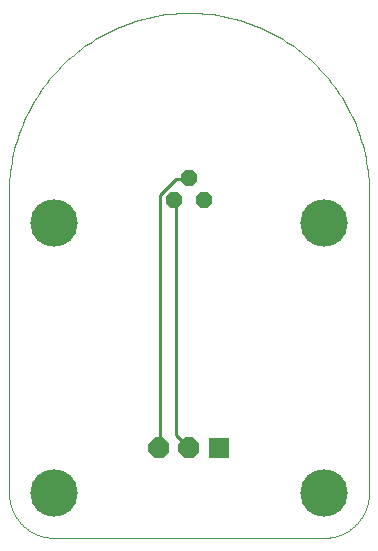
<source format=gtl>
G75*
%MOIN*%
%OFA0B0*%
%FSLAX25Y25*%
%IPPOS*%
%LPD*%
%AMOC8*
5,1,8,0,0,1.08239X$1,22.5*
%
%ADD10OC8,0.05200*%
%ADD11C,0.15811*%
%ADD12C,0.00000*%
%ADD13OC8,0.07000*%
%ADD14R,0.07000X0.07000*%
%ADD15C,0.01000*%
D10*
X0056500Y0114000D03*
X0061500Y0121500D03*
X0066500Y0114000D03*
D11*
X0106500Y0106500D03*
X0106500Y0016500D03*
X0016500Y0016500D03*
X0016500Y0106500D03*
D12*
X0001500Y0116500D02*
X0001500Y0016500D01*
X0001504Y0016138D01*
X0001518Y0015775D01*
X0001539Y0015413D01*
X0001570Y0015052D01*
X0001609Y0014692D01*
X0001657Y0014333D01*
X0001714Y0013975D01*
X0001779Y0013618D01*
X0001853Y0013263D01*
X0001936Y0012910D01*
X0002027Y0012559D01*
X0002126Y0012211D01*
X0002234Y0011865D01*
X0002350Y0011521D01*
X0002475Y0011181D01*
X0002607Y0010844D01*
X0002748Y0010510D01*
X0002897Y0010179D01*
X0003054Y0009852D01*
X0003218Y0009529D01*
X0003390Y0009210D01*
X0003570Y0008896D01*
X0003758Y0008585D01*
X0003953Y0008280D01*
X0004155Y0007979D01*
X0004365Y0007683D01*
X0004581Y0007393D01*
X0004805Y0007107D01*
X0005035Y0006827D01*
X0005272Y0006553D01*
X0005516Y0006285D01*
X0005766Y0006022D01*
X0006022Y0005766D01*
X0006285Y0005516D01*
X0006553Y0005272D01*
X0006827Y0005035D01*
X0007107Y0004805D01*
X0007393Y0004581D01*
X0007683Y0004365D01*
X0007979Y0004155D01*
X0008280Y0003953D01*
X0008585Y0003758D01*
X0008896Y0003570D01*
X0009210Y0003390D01*
X0009529Y0003218D01*
X0009852Y0003054D01*
X0010179Y0002897D01*
X0010510Y0002748D01*
X0010844Y0002607D01*
X0011181Y0002475D01*
X0011521Y0002350D01*
X0011865Y0002234D01*
X0012211Y0002126D01*
X0012559Y0002027D01*
X0012910Y0001936D01*
X0013263Y0001853D01*
X0013618Y0001779D01*
X0013975Y0001714D01*
X0014333Y0001657D01*
X0014692Y0001609D01*
X0015052Y0001570D01*
X0015413Y0001539D01*
X0015775Y0001518D01*
X0016138Y0001504D01*
X0016500Y0001500D01*
X0106500Y0001500D01*
X0106862Y0001504D01*
X0107225Y0001518D01*
X0107587Y0001539D01*
X0107948Y0001570D01*
X0108308Y0001609D01*
X0108667Y0001657D01*
X0109025Y0001714D01*
X0109382Y0001779D01*
X0109737Y0001853D01*
X0110090Y0001936D01*
X0110441Y0002027D01*
X0110789Y0002126D01*
X0111135Y0002234D01*
X0111479Y0002350D01*
X0111819Y0002475D01*
X0112156Y0002607D01*
X0112490Y0002748D01*
X0112821Y0002897D01*
X0113148Y0003054D01*
X0113471Y0003218D01*
X0113790Y0003390D01*
X0114104Y0003570D01*
X0114415Y0003758D01*
X0114720Y0003953D01*
X0115021Y0004155D01*
X0115317Y0004365D01*
X0115607Y0004581D01*
X0115893Y0004805D01*
X0116173Y0005035D01*
X0116447Y0005272D01*
X0116715Y0005516D01*
X0116978Y0005766D01*
X0117234Y0006022D01*
X0117484Y0006285D01*
X0117728Y0006553D01*
X0117965Y0006827D01*
X0118195Y0007107D01*
X0118419Y0007393D01*
X0118635Y0007683D01*
X0118845Y0007979D01*
X0119047Y0008280D01*
X0119242Y0008585D01*
X0119430Y0008896D01*
X0119610Y0009210D01*
X0119782Y0009529D01*
X0119946Y0009852D01*
X0120103Y0010179D01*
X0120252Y0010510D01*
X0120393Y0010844D01*
X0120525Y0011181D01*
X0120650Y0011521D01*
X0120766Y0011865D01*
X0120874Y0012211D01*
X0120973Y0012559D01*
X0121064Y0012910D01*
X0121147Y0013263D01*
X0121221Y0013618D01*
X0121286Y0013975D01*
X0121343Y0014333D01*
X0121391Y0014692D01*
X0121430Y0015052D01*
X0121461Y0015413D01*
X0121482Y0015775D01*
X0121496Y0016138D01*
X0121500Y0016500D01*
X0121500Y0116500D01*
X0121482Y0117961D01*
X0121429Y0119421D01*
X0121340Y0120880D01*
X0121216Y0122336D01*
X0121056Y0123788D01*
X0120861Y0125236D01*
X0120630Y0126679D01*
X0120365Y0128116D01*
X0120065Y0129546D01*
X0119730Y0130968D01*
X0119360Y0132382D01*
X0118956Y0133786D01*
X0118518Y0135180D01*
X0118046Y0136563D01*
X0117541Y0137934D01*
X0117002Y0139292D01*
X0116431Y0140637D01*
X0115827Y0141967D01*
X0115191Y0143283D01*
X0114523Y0144582D01*
X0113823Y0145865D01*
X0113092Y0147130D01*
X0112331Y0148378D01*
X0111540Y0149606D01*
X0110719Y0150815D01*
X0109869Y0152003D01*
X0108990Y0153170D01*
X0108083Y0154316D01*
X0107148Y0155439D01*
X0106186Y0156539D01*
X0105198Y0157615D01*
X0104184Y0158667D01*
X0103144Y0159694D01*
X0102080Y0160695D01*
X0100992Y0161671D01*
X0099880Y0162619D01*
X0098746Y0163540D01*
X0097589Y0164433D01*
X0096412Y0165297D01*
X0095213Y0166133D01*
X0093994Y0166939D01*
X0092756Y0167716D01*
X0091500Y0168462D01*
X0090226Y0169177D01*
X0088935Y0169861D01*
X0087627Y0170513D01*
X0086304Y0171133D01*
X0084966Y0171721D01*
X0083615Y0172276D01*
X0082250Y0172798D01*
X0080873Y0173286D01*
X0079484Y0173741D01*
X0078085Y0174162D01*
X0076676Y0174549D01*
X0075258Y0174901D01*
X0073832Y0175219D01*
X0072398Y0175502D01*
X0070958Y0175750D01*
X0069513Y0175963D01*
X0068062Y0176140D01*
X0066608Y0176282D01*
X0065151Y0176389D01*
X0063691Y0176460D01*
X0062231Y0176496D01*
X0060769Y0176496D01*
X0059309Y0176460D01*
X0057849Y0176389D01*
X0056392Y0176282D01*
X0054938Y0176140D01*
X0053487Y0175963D01*
X0052042Y0175750D01*
X0050602Y0175502D01*
X0049168Y0175219D01*
X0047742Y0174901D01*
X0046324Y0174549D01*
X0044915Y0174162D01*
X0043516Y0173741D01*
X0042127Y0173286D01*
X0040750Y0172798D01*
X0039385Y0172276D01*
X0038034Y0171721D01*
X0036696Y0171133D01*
X0035373Y0170513D01*
X0034065Y0169861D01*
X0032774Y0169177D01*
X0031500Y0168462D01*
X0030244Y0167716D01*
X0029006Y0166939D01*
X0027787Y0166133D01*
X0026588Y0165297D01*
X0025411Y0164433D01*
X0024254Y0163540D01*
X0023120Y0162619D01*
X0022008Y0161671D01*
X0020920Y0160695D01*
X0019856Y0159694D01*
X0018816Y0158667D01*
X0017802Y0157615D01*
X0016814Y0156539D01*
X0015852Y0155439D01*
X0014917Y0154316D01*
X0014010Y0153170D01*
X0013131Y0152003D01*
X0012281Y0150815D01*
X0011460Y0149606D01*
X0010669Y0148378D01*
X0009908Y0147130D01*
X0009177Y0145865D01*
X0008477Y0144582D01*
X0007809Y0143283D01*
X0007173Y0141967D01*
X0006569Y0140637D01*
X0005998Y0139292D01*
X0005459Y0137934D01*
X0004954Y0136563D01*
X0004482Y0135180D01*
X0004044Y0133786D01*
X0003640Y0132382D01*
X0003270Y0130968D01*
X0002935Y0129546D01*
X0002635Y0128116D01*
X0002370Y0126679D01*
X0002139Y0125236D01*
X0001944Y0123788D01*
X0001784Y0122336D01*
X0001660Y0120880D01*
X0001571Y0119421D01*
X0001518Y0117961D01*
X0001500Y0116500D01*
D13*
X0051500Y0031500D03*
X0061500Y0031500D03*
D14*
X0071500Y0031500D03*
D15*
X0061500Y0031500D02*
X0057300Y0035700D01*
X0057300Y0114000D01*
X0056500Y0114000D01*
X0051900Y0115800D02*
X0051900Y0032100D01*
X0051500Y0031500D01*
X0051900Y0115800D02*
X0057300Y0121200D01*
X0060900Y0121200D01*
X0061500Y0121500D01*
M02*

</source>
